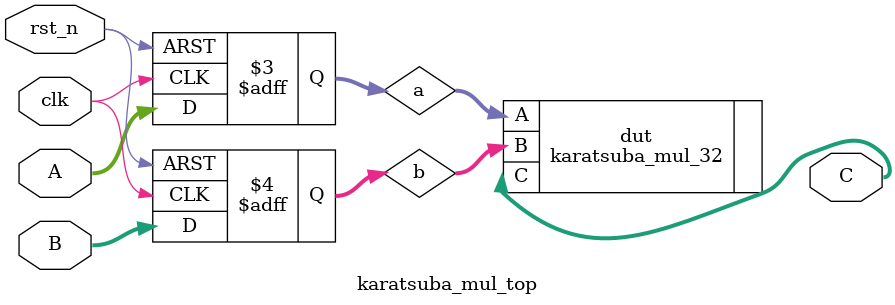
<source format=v>
module karatsuba_mul_top(
	input		clk,
	input		rst_n,
	input 	    [31:0] A,
	input 	    [31:0] B,
	output	    [63:0] C
);

reg [31:0] a,b;

karatsuba_mul_32 dut(
	.A			(a),
    .B			(b),
    .C			(C)
);

always @ (posedge clk or negedge rst_n)
begin
	if(!rst_n) begin
	a <= 32'b00000000_00000000_00000000_00000000;
	b <= 32'b00000000_00000000_00000000_00000000;
	end
	else begin
	a <= A;
	b <= B;
	end	
end


endmodule


</source>
